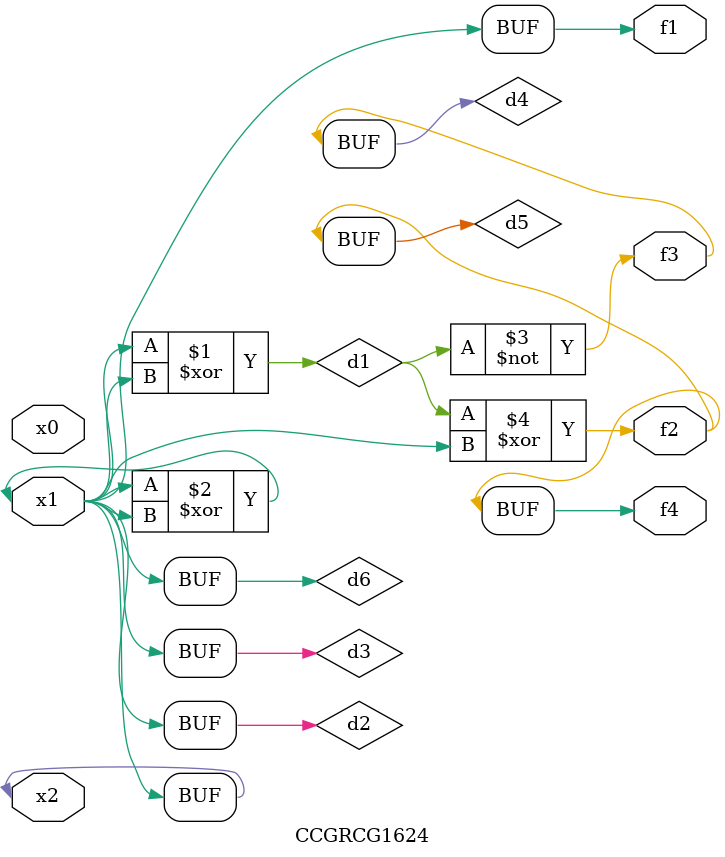
<source format=v>
module CCGRCG1624(
	input x0, x1, x2,
	output f1, f2, f3, f4
);

	wire d1, d2, d3, d4, d5, d6;

	xor (d1, x1, x2);
	buf (d2, x1, x2);
	xor (d3, x1, x2);
	nor (d4, d1);
	xor (d5, d1, d2);
	buf (d6, d2, d3);
	assign f1 = d6;
	assign f2 = d5;
	assign f3 = d4;
	assign f4 = d5;
endmodule

</source>
